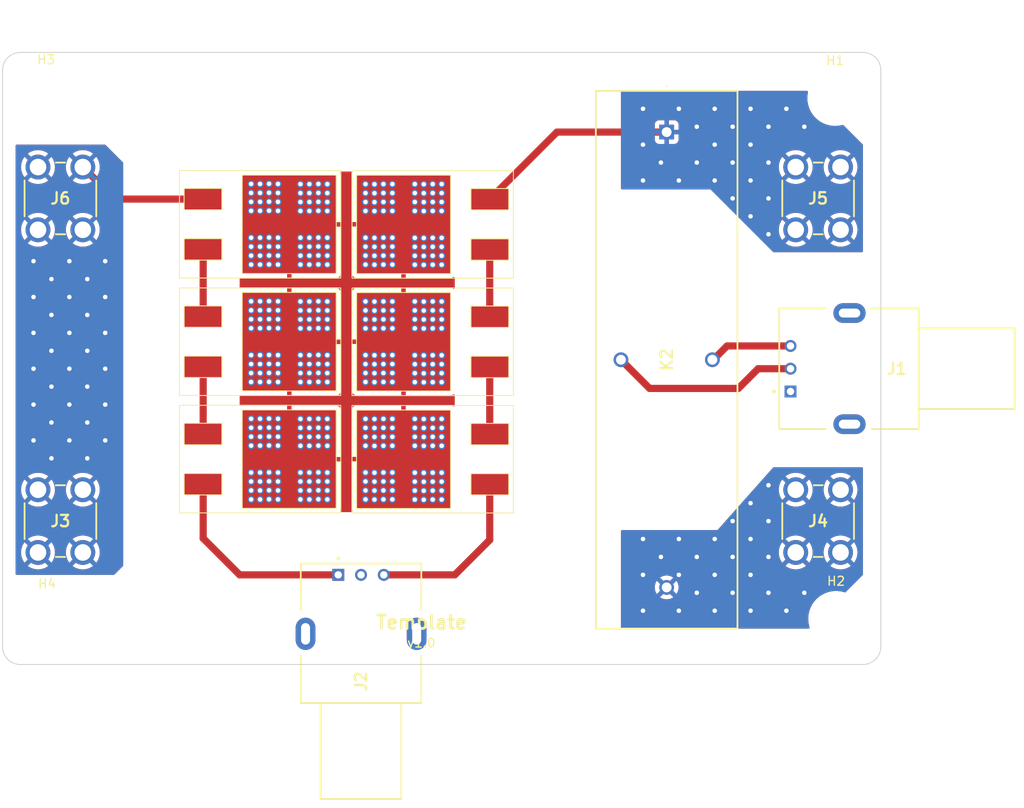
<source format=kicad_pcb>
(kicad_pcb (version 20221018) (generator pcbnew)
  (title_block (rev "${REVISION}") (company "Author:") (comment 1 "Reviewer:"))
  (layers (0 "F.Cu" signal) (31 "B.Cu" signal) (34 "B.Paste" user) (35 "F.Paste" user) (36 "B.SilkS" user "B.Silkscreen") (37 "F.SilkS" user "F.Silkscreen") (38 "B.Mask" user) (39 "F.Mask" user) (44 "Edge.Cuts" user))
  (property "REVISION" "1.0")
  (net 0 "")
  (net 1 "GND")
  (net 2 "HV+")
  (net 3 "HV-")
  (net 4 "SD+")
  (net 5 "TSMP-")
  (net 6 "TSMP+")
  (net 7 "Net-(J4-Pin_1)")
  (net 10 "Net-(PWR263S-35-5001F1-Pad2)")
  (net 11 "/THERMO")
  (net 12 "Net-(PWR263S-35-5001F4-Pad2)")
  (net 13 "Net-(PWR263S-35-5001F5-Pad2)")
  (net 14 "Net-(PWR263S-35-5001F2-Pad2)")
  (footprint "7696:7696" (layer "F.Cu") (at 204.04 67.4995)
    (fp_text reference "J5")
    (fp_text value "Conn_01x01_Pin" hide)
  )
  (footprint "MountingHole:MountingHole_3.2mm_M3" (layer "F.Cu") (at 120.40901 52.71)
    (fp_text reference "H3")
    (fp_text value "MountingHole")
  )
  (footprint "7696:PWR263S-35-5001F" (layer "F.Cu") (at 165.54 93.1 90)
    (fp_text reference "PWR263S-35-5001F4" hide)
    (fp_text value "~" hide)
  )
  (footprint "MountingHole:MountingHole_3.2mm_M3" (layer "F.Cu") (at 208.54 110.9)
    (fp_text reference "H2")
    (fp_text value "MountingHole")
  )
  (footprint "d369-g33-xx:D369-G33-XX" (layer "F.Cu") (at 203.46 85.54)
    (fp_text reference "J1")
    (fp_text value "~" hide)
  )
  (footprint "7696:7696" (layer "F.Cu") (at 204.04 103.4995)
    (fp_text reference "J4")
    (fp_text value "Conn_01x01_Pin" hide)
  )
  (footprint "7696:7696" (layer "F.Cu") (at 124.5 96.5005 180)
    (fp_text reference "J3")
    (fp_text value "Conn_01x01_Pin" hide)
  )
  (footprint "7696:PWR263S-35-5001F" (layer "F.Cu") (at 142.28 66.885 -90)
    (fp_text reference "PWR263S-35-5001F1" hide)
    (fp_text value "~" hide)
  )
  (footprint "7696:PWR263S-35-5001F" (layer "F.Cu") (at 142.28 79.985 -90)
    (fp_text reference "PWR263S-35-5001F2" hide)
    (fp_text value "~" hide)
  )
  (footprint "d369-g33-xx:D369-G33-XX" (layer "F.Cu") (at 153 106 -90)
    (fp_text reference "J2")
    (fp_text value "~" hide)
  )
  (footprint "7696:PWR263S-35-5001F" (layer "F.Cu") (at 165.54 66.9 90)
    (fp_text reference "PWR263S-35-5001F6" hide)
    (fp_text value "~" hide)
  )
  (footprint "MountingHole:MountingHole_3.2mm_M3" (layer "F.Cu") (at 120.50901 111.2)
    (fp_text reference "H4")
    (fp_text value "MountingHole")
  )
  (footprint "7696:PWR263S-35-5001F" (layer "F.Cu") (at 165.54 80 90)
    (fp_text reference "PWR263S-35-5001F5" hide)
    (fp_text value "~" hide)
  )
  (footprint "7696:PWR263S-35-5001F" (layer "F.Cu") (at 142.28 93.085 -90)
    (fp_text reference "PWR263S-35-5001F3" hide)
    (fp_text value "~" hide)
  )
  (footprint "KiCad:DBR72410" (layer "F.Cu") (at 189.64 56.6 -90)
    (fp_text reference "K2")
    (fp_text value "ADW11" hide)
  )
  (footprint "MountingHole:MountingHole_3.2mm_M3" (layer "F.Cu") (at 208.44 52.81)
    (fp_text reference "H1")
    (fp_text value "MountingHole")
  )
  (footprint "7696:7696" (layer "F.Cu") (at 124.5 60.5005 180)
    (fp_text reference "J6")
    (fp_text value "Conn_01x01_Pin" hide)
  )
  (gr_line (start 117.54 47.71) (end 211.54 47.71) (stroke (width 0.1)) (layer "Edge.Cuts"))
  (gr_line (start 115.54 114) (end 115.54 49.71) (stroke (width 0.1)) (layer "Edge.Cuts"))
  (gr_line (start 213.54 49.71) (end 213.54 114) (stroke (width 0.1)) (layer "Edge.Cuts"))
  (gr_arc (start 117.54 116) (mid 116.125786 115.414214) (end 115.54 114) (stroke (width 0.1)) (layer "Edge.Cuts"))
  (gr_arc (start 213.54 114) (mid 212.954214 115.414214) (end 211.54 116) (stroke (width 0.1)) (layer "Edge.Cuts"))
  (gr_arc (start 115.54 49.71) (mid 116.125786 48.295786) (end 117.54 47.71) (stroke (width 0.1)) (layer "Edge.Cuts"))
  (gr_line (start 211.54 116) (end 117.54 116) (stroke (width 0.1)) (layer "Edge.Cuts"))
  (gr_arc (start 211.54 47.71) (mid 212.954214 48.295786) (end 213.54 49.71) (stroke (width 0.1)) (layer "Edge.Cuts"))
  (gr_text "Template" (at 162.28 112.18) (layer "F.SilkS") (effects (font (size 1.5 1.5) (thickness 0.3) bold) (justify bottom)))
  (gr_text "v${REVISION}" (at 162.28 114.18) (layer "F.SilkS") (effects (font (size 1 1)) (justify bottom)))
  (segment (start 196.38 80.46) (end 203.46 80.46) (width 0.8) (layer "F.Cu") (net 1))
  (segment (start 194.74 82.1) (end 196.38 80.46) (width 0.8) (layer "F.Cu") (net 1))
  (segment (start 194.74 82) (end 194.74 82.1) (width 0.8) (layer "F.Cu") (net 1))
  (segment (start 137.92 64.075) (end 128.0745 64.075) (width 0.8) (layer "F.Cu") (net 2))
  (segment (start 128.0745 64.075) (end 124.5 60.5005) (width 0.8) (layer "F.Cu") (net 2))
  (via (at 127 71) (size 0.8) (drill 0.5) (layers "F.Cu" "B.Cu") (net 2))
  (via (at 127 79) (size 0.8) (drill 0.5) (layers "F.Cu" "B.Cu") (net 2))
  (via (at 119 79) (size 0.8) (drill 0.5) (layers "F.Cu" "B.Cu") (net 2))
  (via (at 127 87) (size 0.8) (drill 0.5) (layers "F.Cu" "B.Cu") (net 2))
  (via (at 121 73) (size 0.8) (drill 0.5) (layers "F.Cu" "B.Cu") (net 2))
  (via (at 123 79) (size 0.8) (drill 0.5) (layers "F.Cu" "B.Cu") (net 2))
  (via (at 121 93) (size 0.8) (drill 0.5) (layers "F.Cu" "B.Cu") (net 2))
  (via (at 121 81) (size 0.8) (drill 0.5) (layers "F.Cu" "B.Cu") (net 2))
  (via (at 119 71) (size 0.8) (drill 0.5) (layers "F.Cu" "B.Cu") (net 2))
  (via (at 123 83) (size 0.8) (drill 0.5) (layers "F.Cu" "B.Cu") (net 2))
  (via (at 123 71) (size 0.8) (drill 0.5) (layers "F.Cu" "B.Cu") (net 2))
  (via (at 125 73) (size 0.8) (drill 0.5) (layers "F.Cu" "B.Cu") (net 2))
  (via (at 119 83) (size 0.8) (drill 0.5) (layers "F.Cu" "B.Cu") (net 2))
  (via (at 121 77) (size 0.8) (drill 0.5) (layers "F.Cu" "B.Cu") (net 2))
  (via (at 121 85) (size 0.8) (drill 0.5) (layers "F.Cu" "B.Cu") (net 2))
  (via (at 123 91) (size 0.8) (drill 0.5) (layers "F.Cu" "B.Cu") (net 2))
  (via (at 125 85) (size 0.8) (drill 0.5) (layers "F.Cu" "B.Cu") (net 2))
  (via (at 123 87) (size 0.8) (drill 0.5) (layers "F.Cu" "B.Cu") (net 2))
  (via (at 119 75) (size 0.8) (drill 0.5) (layers "F.Cu" "B.Cu") (net 2))
  (via (at 119 87) (size 0.8) (drill 0.5) (layers "F.Cu" "B.Cu") (net 2))
  (via (at 125 81) (size 0.8) (drill 0.5) (layers "F.Cu" "B.Cu") (net 2))
  (via (at 127 91) (size 0.8) (drill 0.5) (layers "F.Cu" "B.Cu") (net 2))
  (via (at 123 75) (size 0.8) (drill 0.5) (layers "F.Cu" "B.Cu") (net 2))
  (via (at 125 89) (size 0.8) (drill 0.5) (layers "F.Cu" "B.Cu") (net 2))
  (via (at 127 83) (size 0.8) (drill 0.5) (layers "F.Cu" "B.Cu") (net 2))
  (via (at 121 89) (size 0.8) (drill 0.5) (layers "F.Cu" "B.Cu") (net 2))
  (via (at 125 93) (size 0.8) (drill 0.5) (layers "F.Cu" "B.Cu") (net 2))
  (via (at 125 77) (size 0.8) (drill 0.5) (layers "F.Cu" "B.Cu") (net 2))
  (via (at 119 91) (size 0.8) (drill 0.5) (layers "F.Cu" "B.Cu") (net 2))
  (via (at 127 75) (size 0.8) (drill 0.5) (layers "F.Cu" "B.Cu") (net 2))
  (segment (start 189.64 56.6) (end 177.4 56.6) (width 0.8) (layer "F.Cu") (net 3))
  (segment (start 177.4 56.6) (end 169.89 64.11) (width 0.8) (layer "F.Cu") (net 3))
  (via (at 187 58) (size 0.8) (drill 0.5) (layers "F.Cu" "B.Cu") (net 3))
  (via (at 197 56) (size 0.8) (drill 0.5) (layers "F.Cu" "B.Cu") (net 3))
  (via (at 187 54) (size 0.8) (drill 0.5) (layers "F.Cu" "B.Cu") (net 3))
  (via (at 201 68) (size 0.8) (drill 0.5) (layers "F.Cu" "B.Cu") (net 3))
  (via (at 205 56) (size 0.8) (drill 0.5) (layers "F.Cu" "B.Cu") (net 3))
  (via (at 199 66) (size 0.8) (drill 0.5) (layers "F.Cu" "B.Cu") (net 3))
  (via (at 197 60) (size 0.8) (drill 0.5) (layers "F.Cu" "B.Cu") (net 3))
  (via (at 201 56) (size 0.8) (drill 0.5) (layers "F.Cu" "B.Cu") (net 3))
  (via (at 195 62) (size 0.8) (drill 0.5) (layers "F.Cu" "B.Cu") (net 3))
  (via (at 197 64) (size 0.8) (drill 0.5) (layers "F.Cu" "B.Cu") (net 3))
  (via (at 187 62) (size 0.8) (drill 0.5) (layers "F.Cu" "B.Cu") (net 3))
  (via (at 203 54) (size 0.8) (drill 0.5) (layers "F.Cu" "B.Cu") (net 3))
  (via (at 195 58) (size 0.8) (drill 0.5) (layers "F.Cu" "B.Cu") (net 3))
  (via (at 193 56) (size 0.8) (drill 0.5) (layers "F.Cu" "B.Cu") (net 3))
  (via (at 199 58) (size 0.8) (drill 0.5) (layers "F.Cu" "B.Cu") (net 3))
  (via (at 201 64) (size 0.8) (drill 0.5) (layers "F.Cu" "B.Cu") (net 3))
  (via (at 193 60) (size 0.8) (drill 0.5) (layers "F.Cu" "B.Cu") (net 3))
  (via (at 195 54) (size 0.8) (drill 0.5) (layers "F.Cu" "B.Cu") (net 3))
  (via (at 199 62) (size 0.8) (drill 0.5) (layers "F.Cu" "B.Cu") (net 3))
  (via (at 201 60) (size 0.8) (drill 0.5) (layers "F.Cu" "B.Cu") (net 3))
  (via (at 189 60) (size 0.8) (drill 0.5) (layers "F.Cu" "B.Cu") (net 3))
  (via (at 191 62) (size 0.8) (drill 0.5) (layers "F.Cu" "B.Cu") (net 3))
  (via (at 191 54) (size 0.8) (drill 0.5) (layers "F.Cu" "B.Cu") (net 3))
  (via (at 199 54) (size 0.8) (drill 0.5) (layers "F.Cu" "B.Cu") (net 3))
  (segment (start 199.84 83) (end 197.64 85.2) (width 0.8) (layer "F.Cu") (net 4))
  (segment (start 187.74 85.2) (end 184.54 82) (width 0.8) (layer "F.Cu") (net 4))
  (segment (start 197.64 85.2) (end 187.74 85.2) (width 0.8) (layer "F.Cu") (net 4))
  (segment (start 203.46 83) (end 199.84 83) (width 0.8) (layer "F.Cu") (net 4))
  (segment (start 169.9 95.91) (end 169.9 102.1) (width 0.8) (layer "F.Cu") (net 5))
  (segment (start 166 106) (end 158.08 106) (width 0.8) (layer "F.Cu") (net 5))
  (segment (start 169.9 102.1) (end 166 106) (width 0.8) (layer "F.Cu") (net 5))
  (segment (start 137.93 101.93) (end 142 106) (width 0.8) (layer "F.Cu") (net 6))
  (segment (start 142 106) (end 153 106) (width 0.8) (layer "F.Cu") (net 6))
  (segment (start 137.93 95.875) (end 137.93 101.93) (width 0.8) (layer "F.Cu") (net 6))
  (via (at 191 102) (size 0.8) (drill 0.5) (layers "F.Cu" "B.Cu") (net 7))
  (via (at 197 100) (size 0.8) (drill 0.5) (layers "F.Cu" "B.Cu") (net 7))
  (via (at 195 102) (size 0.8) (drill 0.5) (layers "F.Cu" "B.Cu") (net 7))
  (via (at 199 102) (size 0.8) (drill 0.5) (layers "F.Cu" "B.Cu") (net 7))
  (via (at 187 106) (size 0.8) (drill 0.5) (layers "F.Cu" "B.Cu") (net 7))
  (via (at 197 108) (size 0.8) (drill 0.5) (layers "F.Cu" "B.Cu") (net 7))
  (via (at 187 110) (size 0.8) (drill 0.5) (layers "F.Cu" "B.Cu") (net 7))
  (via (at 193 108) (size 0.8) (drill 0.5) (layers "F.Cu" "B.Cu") (net 7))
  (via (at 197 104) (size 0.8) (drill 0.5) (layers "F.Cu" "B.Cu") (net 7))
  (via (at 201 104) (size 0.8) (drill 0.5) (layers "F.Cu" "B.Cu") (net 7))
  (via (at 205 108) (size 0.8) (drill 0.5) (layers "F.Cu" "B.Cu") (net 7))
  (via (at 193 104) (size 0.8) (drill 0.5) (layers "F.Cu" "B.Cu") (net 7))
  (via (at 189 104) (size 0.8) (drill 0.5) (layers "F.Cu" "B.Cu") (net 7))
  (via (at 203 110) (size 0.8) (drill 0.5) (layers "F.Cu" "B.Cu") (net 7))
  (via (at 195 106) (size 0.8) (drill 0.5) (layers "F.Cu" "B.Cu") (net 7))
  (via (at 191 110) (size 0.8) (drill 0.5) (layers "F.Cu" "B.Cu") (net 7))
  (via (at 201 96) (size 0.8) (drill 0.5) (layers "F.Cu" "B.Cu") (net 7))
  (via (at 195 110) (size 0.8) (drill 0.5) (layers "F.Cu" "B.Cu") (net 7))
  (via (at 201 100) (size 0.8) (drill 0.5) (layers "F.Cu" "B.Cu") (net 7))
  (via (at 191 106) (size 0.8) (drill 0.5) (layers "F.Cu" "B.Cu") (net 7))
  (via (at 199 106) (size 0.8) (drill 0.5) (layers "F.Cu" "B.Cu") (net 7))
  (via (at 187 102) (size 0.8) (drill 0.5) (layers "F.Cu" "B.Cu") (net 7))
  (via (at 201 108) (size 0.8) (drill 0.5) (layers "F.Cu" "B.Cu") (net 7))
  (via (at 199 98) (size 0.8) (drill 0.5) (layers "F.Cu" "B.Cu") (net 7))
  (via (at 199 110) (size 0.8) (drill 0.5) (layers "F.Cu" "B.Cu") (net 7))
  (segment (start 137.93 77.165) (end 137.92 77.175) (width 0.8) (layer "F.Cu") (net 10))
  (segment (start 137.93 69.675) (end 137.93 77.165) (width 0.8) (layer "F.Cu") (net 10))
  (segment (start 169.9 90.3) (end 169.89 90.31) (width 0.8) (layer "F.Cu") (net 12))
  (segment (start 169.9 82.81) (end 169.9 90.3) (width 0.8) (layer "F.Cu") (net 12))
  (segment (start 169.9 69.71) (end 169.9 77.2) (width 0.8) (layer "F.Cu") (net 13))
  (segment (start 169.9 77.2) (end 169.89 77.21) (width 0.8) (layer "F.Cu") (net 13))
  (segment (start 137.93 90.265) (end 137.92 90.275) (width 0.8) (layer "F.Cu") (net 14))
  (segment (start 137.93 82.775) (end 137.93 90.265) (width 0.8) (layer "F.Cu") (net 14))
  (zone (net 7) (net_name "Net-(J4-Pin_1)") (layers "F&B.Cu") (name "HV-") (priority 1) (connect_pads (clearance 0)) (min_thickness 0.25) (fill yes (thermal_gap 0.5) (thermal_bridge_width 0.5) (smoothing fillet))
    (polygon (pts (xy 211.54 106) (xy 205.54 112) (xy 184.54 112) (xy 184.54 101) (xy 195.317778 101) (xy 201.54 94) (xy 201.54 94) (xy 211.54 94)))
  )
  (zone (net 11) (net_name "/THERMO") (layers "F&B.Cu") (name "HV-") (priority 2) (connect_pads (clearance 0)) (min_thickness 0.25) (fill yes (thermal_gap 0.5) (thermal_bridge_width 0.5) (smoothing fillet))
    (polygon (pts (xy 166 61) (xy 142 61) (xy 142 99) (xy 166 99)))
  )
  (zone (net 3) (net_name "HV-") (layers "F&B.Cu") (name "HV-") (priority 1) (connect_pads (clearance 0)) (min_thickness 0.25) (fill yes (thermal_gap 0.5) (thermal_bridge_width 0.5) (smoothing fillet))
    (polygon (pts (xy 211.54 58) (xy 205.54 52) (xy 184.54 52) (xy 184.54 63) (xy 194.54 63) (xy 201.54 70) (xy 201.54 70) (xy 211.54 70)))
  )
  (zone (net 2) (net_name "HV+") (layers "F&B.Cu") (name "HV-") (connect_pads (clearance 0)) (min_thickness 0.25) (fill yes (thermal_gap 0.5) (thermal_bridge_width 0.5) (smoothing fillet))
    (polygon (pts (xy 117 58) (xy 127 58) (xy 129 60) (xy 129 105) (xy 128 106) (xy 117 106)))
  )
)
</source>
